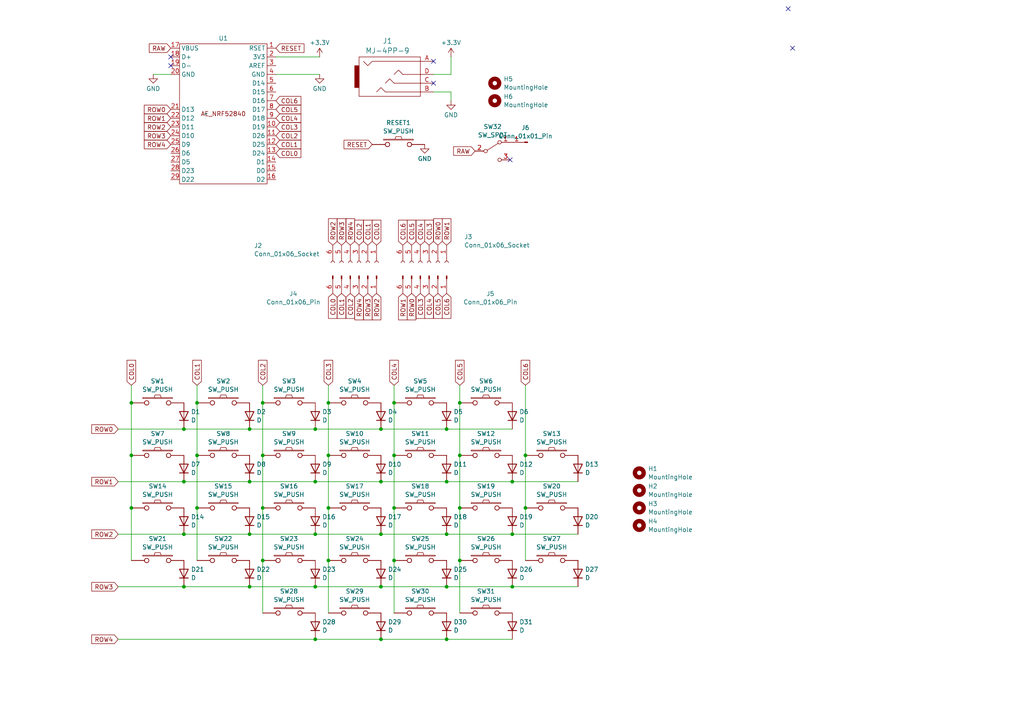
<source format=kicad_sch>
(kicad_sch (version 20230121) (generator eeschema)
  (paper "A4")
  (lib_symbols
    (symbol "0_kbd:SW_PUSH" (pin_numbers hide) (pin_names (offset 1.016) hide)
      (property "Reference" "SW" (at 3.81 2.794 0))
      (property "Value" "SW_PUSH" (at 0 -2.032 0))
      (symbol "SW_PUSH_0_1"
        (rectangle (start -4.318 1.27) (end 4.318 1.524))
        (polyline (pts (xy -1.016 1.524) (xy -0.762 2.286) (xy 0.762 2.286) (xy 1.016 1.524)))
        (pin passive inverted (at -7.62 0 0) (length 5.08) (name "1") (number "1"))
        (pin passive inverted (at 7.62 0 180) (length 5.08) (name "2") (number "2"))
      )
    )
    (symbol "0_tako:MJ-4PP-9" (pin_names (offset 1.016))
      (property "Reference" "J" (at -8.89 -7.62 0))
      (property "Value" "MJ-4PP-9" (at -3.81 6.35 0))
      (symbol "MJ-4PP-9_0_1"
        (rectangle (start -11.43 2.54) (end -10.16 -3.81) (fill (type outline)))
        (polyline (pts (xy 2.54 0) (xy 7.62 0)))
        (polyline (pts (xy -2.54 -5.08) (xy 7.62 -5.08) (xy 7.62 -5.08)))
        (polyline (pts (xy 0 -2.54) (xy -1.27 -1.27) (xy -2.54 -2.54)))
        (polyline (pts (xy 0 0) (xy 1.27 1.27) (xy 2.54 0)))
        (polyline (pts (xy -2.54 -5.08) (xy -3.81 -3.81) (xy -5.08 -5.08) (xy -5.08 -5.08)))
        (polyline (pts (xy 0 -2.54) (xy 7.62 -2.54) (xy 7.62 -2.54) (xy 7.62 -2.54)))
        (polyline (pts (xy 7.62 3.81) (xy -6.35 3.81) (xy -7.62 2.54) (xy -8.89 3.81) (xy -8.89 3.81)))
        (rectangle (start 7.62 -6.35) (end -10.16 5.08))
      )
      (symbol "MJ-4PP-9_1_1"
        (pin passive line (at 11.43 3.81 180) (length 3.81) (name "~") (number "A"))
        (pin passive line (at 11.43 -5.08 180) (length 3.81) (name "~") (number "B"))
        (pin passive line (at 11.43 -2.54 180) (length 3.81) (name "~") (number "C"))
        (pin passive line (at 11.43 0 180) (length 3.81) (name "~") (number "D"))
      )
    )
    (symbol "Connector:Conn_01x01_Pin" (pin_names (offset 1.016) hide)
      (property "Reference" "J" (at 0 2.54 0))
      (property "Value" "Conn_01x01_Pin" (at 0 -2.54 0))
      (symbol "Conn_01x01_Pin_1_1"
        (polyline (pts (xy 1.27 0) (xy 0.8636 0)) (stroke (width 0.1524)))
        (rectangle (start 0.8636 0.127) (end 0 -0.127) (stroke (width 0.1524)) (fill (type outline)))
        (pin passive line (at 5.08 0 180) (length 3.81) (name "Pin_1") (number "1"))
      )
    )
    (symbol "Connector:Conn_01x06_Pin" (pin_names (offset 1.016) hide)
      (property "Reference" "J" (at 0 7.62 0))
      (property "Value" "Conn_01x06_Pin" (at 0 -10.16 0))
      (symbol "Conn_01x06_Pin_1_1"
        (polyline (pts (xy 1.27 -7.62) (xy 0.8636 -7.62)) (stroke (width 0.1524)))
        (polyline (pts (xy 1.27 -5.08) (xy 0.8636 -5.08)) (stroke (width 0.1524)))
        (polyline (pts (xy 1.27 -2.54) (xy 0.8636 -2.54)) (stroke (width 0.1524)))
        (polyline (pts (xy 1.27 0) (xy 0.8636 0)) (stroke (width 0.1524)))
        (polyline (pts (xy 1.27 2.54) (xy 0.8636 2.54)) (stroke (width 0.1524)))
        (polyline (pts (xy 1.27 5.08) (xy 0.8636 5.08)) (stroke (width 0.1524)))
        (rectangle (start 0.8636 -7.493) (end 0 -7.747) (stroke (width 0.1524)) (fill (type outline)))
        (rectangle (start 0.8636 -4.953) (end 0 -5.207) (stroke (width 0.1524)) (fill (type outline)))
        (rectangle (start 0.8636 -2.413) (end 0 -2.667) (stroke (width 0.1524)) (fill (type outline)))
        (rectangle (start 0.8636 0.127) (end 0 -0.127) (stroke (width 0.1524)) (fill (type outline)))
        (rectangle (start 0.8636 2.667) (end 0 2.413) (stroke (width 0.1524)) (fill (type outline)))
        (rectangle (start 0.8636 5.207) (end 0 4.953) (stroke (width 0.1524)) (fill (type outline)))
        (pin passive line (at 5.08 5.08 180) (length 3.81) (name "Pin_1") (number "1"))
        (pin passive line (at 5.08 2.54 180) (length 3.81) (name "Pin_2") (number "2"))
        (pin passive line (at 5.08 0 180) (length 3.81) (name "Pin_3") (number "3"))
        (pin passive line (at 5.08 -2.54 180) (length 3.81) (name "Pin_4") (number "4"))
        (pin passive line (at 5.08 -5.08 180) (length 3.81) (name "Pin_5") (number "5"))
        (pin passive line (at 5.08 -7.62 180) (length 3.81) (name "Pin_6") (number "6"))
      )
    )
    (symbol "Connector:Conn_01x06_Socket" (pin_names (offset 1.016) hide)
      (property "Reference" "J" (at 0 7.62 0))
      (property "Value" "Conn_01x06_Socket" (at 0 -10.16 0))
      (symbol "Conn_01x06_Socket_1_1"
        (arc (start 0 -7.112) (mid -0.5058 -7.62) (end 0 -8.128) (stroke (width 0.1524)))
        (arc (start 0 -4.572) (mid -0.5058 -5.08) (end 0 -5.588) (stroke (width 0.1524)))
        (arc (start 0 -2.032) (mid -0.5058 -2.54) (end 0 -3.048) (stroke (width 0.1524)))
        (polyline (pts (xy -1.27 -7.62) (xy -0.508 -7.62)) (stroke (width 0.1524)))
        (polyline (pts (xy -1.27 -5.08) (xy -0.508 -5.08)) (stroke (width 0.1524)))
        (polyline (pts (xy -1.27 -2.54) (xy -0.508 -2.54)) (stroke (width 0.1524)))
        (polyline (pts (xy -1.27 0) (xy -0.508 0)) (stroke (width 0.1524)))
        (polyline (pts (xy -1.27 2.54) (xy -0.508 2.54)) (stroke (width 0.1524)))
        (polyline (pts (xy -1.27 5.08) (xy -0.508 5.08)) (stroke (width 0.1524)))
        (arc (start 0 0.508) (mid -0.5058 0) (end 0 -0.508) (stroke (width 0.1524)))
        (arc (start 0 3.048) (mid -0.5058 2.54) (end 0 2.032) (stroke (width 0.1524)))
        (arc (start 0 5.588) (mid -0.5058 5.08) (end 0 4.572) (stroke (width 0.1524)))
        (pin passive line (at -5.08 5.08 0) (length 3.81) (name "Pin_1") (number "1"))
        (pin passive line (at -5.08 2.54 0) (length 3.81) (name "Pin_2") (number "2"))
        (pin passive line (at -5.08 0 0) (length 3.81) (name "Pin_3") (number "3"))
        (pin passive line (at -5.08 -2.54 0) (length 3.81) (name "Pin_4") (number "4"))
        (pin passive line (at -5.08 -5.08 0) (length 3.81) (name "Pin_5") (number "5"))
        (pin passive line (at -5.08 -7.62 0) (length 3.81) (name "Pin_6") (number "6"))
      )
    )
    (symbol "Device:D" (pin_numbers hide) (pin_names (offset 1.016) hide)
      (property "Reference" "D" (at 0 2.54 0))
      (property "Value" "D" (at 0 -2.54 0))
      (symbol "D_0_1"
        (polyline (pts (xy -1.27 1.27) (xy -1.27 -1.27)) (stroke (width 0.254)))
        (polyline (pts (xy 1.27 0) (xy -1.27 0)))
        (polyline (pts (xy 1.27 1.27) (xy 1.27 -1.27) (xy -1.27 0) (xy 1.27 1.27)) (stroke (width 0.254)))
      )
      (symbol "D_1_1"
        (pin passive line (at -3.81 0 0) (length 2.54) (name "K") (number "1"))
        (pin passive line (at 3.81 0 180) (length 2.54) (name "A") (number "2"))
      )
    )
    (symbol "Mechanical:MountingHole" (pin_names (offset 1.016))
      (property "Reference" "H" (at 0 5.08 0))
      (property "Value" "MountingHole" (at 0 3.175 0))
      (symbol "MountingHole_0_1"
        (circle (center 0 0) (radius 1.27) (stroke (width 1.27)))
      )
    )
    (symbol "Switch:SW_SPDT" (pin_names (offset 0) hide)
      (property "Reference" "SW" (at 0 4.318 0))
      (property "Value" "SW_SPDT" (at 0 -5.08 0))
      (symbol "SW_SPDT_0_0"
        (circle (center -2.032 0) (radius 0.508))
        (circle (center 2.032 -2.54) (radius 0.508))
      )
      (symbol "SW_SPDT_0_1"
        (polyline (pts (xy -1.524 0.254) (xy 1.651 2.286)))
        (circle (center 2.032 2.54) (radius 0.508))
      )
      (symbol "SW_SPDT_1_1"
        (pin passive line (at 5.08 2.54 180) (length 2.54) (name "A") (number "1"))
        (pin passive line (at -5.08 0 0) (length 2.54) (name "B") (number "2"))
        (pin passive line (at 5.08 -2.54 180) (length 2.54) (name "C") (number "3"))
      )
    )
    (symbol "ae_nrf52840:ae_nrf52840"
      (property "Reference" "U" (at 0 2.54 0))
      (symbol "ae_nrf52840_0_1"
        (rectangle (start -12.7 20.32) (end 12.7 -20.32))
      )
      (symbol "ae_nrf52840_1_1"
        (text "AE_NRF52840" (at 0 0 0) (effects (font (size 1.27 1.27))))
        (pin bidirectional line (at 15.24 19.05 180) (length 2.54) (name "RSET") (number "1"))
        (pin bidirectional line (at 15.24 -3.81 180) (length 2.54) (name "D19") (number "10"))
        (pin bidirectional line (at 15.24 -6.35 180) (length 2.54) (name "D26") (number "11"))
        (pin bidirectional line (at 15.24 -8.89 180) (length 2.54) (name "D25") (number "12"))
        (pin bidirectional line (at 15.24 -11.43 180) (length 2.54) (name "D24") (number "13"))
        (pin bidirectional line (at 15.24 -13.97 180) (length 2.54) (name "D1") (number "14"))
        (pin bidirectional line (at 15.24 -16.51 180) (length 2.54) (name "D0") (number "15"))
        (pin bidirectional line (at 15.24 -19.05 180) (length 2.54) (name "D2") (number "16"))
        (pin power_in line (at -15.24 19.05 0) (length 2.54) (name "VBUS") (number "17"))
        (pin bidirectional line (at -15.24 16.51 0) (length 2.54) (name "D+") (number "18"))
        (pin bidirectional line (at -15.24 13.97 0) (length 2.54) (name "D-") (number "19"))
        (pin power_in line (at 15.24 16.51 180) (length 2.54) (name "3V3") (number "2"))
        (pin power_in line (at -15.24 11.43 0) (length 2.54) (name "GND") (number "20"))
        (pin bidirectional line (at -15.24 1.27 0) (length 2.54) (name "D13") (number "21"))
        (pin bidirectional line (at -15.24 -1.27 0) (length 2.54) (name "D12") (number "22"))
        (pin bidirectional line (at -15.24 -3.81 0) (length 2.54) (name "D11") (number "23"))
        (pin bidirectional line (at -15.24 -6.35 0) (length 2.54) (name "D10") (number "24"))
        (pin bidirectional line (at -15.24 -8.89 0) (length 2.54) (name "D9") (number "25"))
        (pin bidirectional line (at -15.24 -11.43 0) (length 2.54) (name "D6") (number "26"))
        (pin bidirectional line (at -15.24 -13.97 0) (length 2.54) (name "D5") (number "27"))
        (pin bidirectional line (at -15.24 -16.51 0) (length 2.54) (name "D23") (number "28"))
        (pin bidirectional line (at -15.24 -19.05 0) (length 2.54) (name "D22") (number "29"))
        (pin bidirectional line (at 15.24 13.97 180) (length 2.54) (name "AREF") (number "3"))
        (pin power_in line (at 15.24 11.43 180) (length 2.54) (name "GND") (number "4"))
        (pin bidirectional line (at 15.24 8.89 180) (length 2.54) (name "D14") (number "5"))
        (pin bidirectional line (at 15.24 6.35 180) (length 2.54) (name "D15") (number "6"))
        (pin bidirectional line (at 15.24 3.81 180) (length 2.54) (name "D16") (number "7"))
        (pin bidirectional line (at 15.24 1.27 180) (length 2.54) (name "D17") (number "8"))
        (pin bidirectional line (at 15.24 -1.27 180) (length 2.54) (name "D18") (number "9"))
      )
    )
    (symbol "power:+3.3V" (power) (pin_names (offset 0))
      (property "Value" "+3.3V" (at 0 3.556 0))
      (symbol "+3.3V_0_1"
        (polyline (pts (xy -0.762 1.27) (xy 0 2.54)))
        (polyline (pts (xy 0 0) (xy 0 2.54)))
        (polyline (pts (xy 0 2.54) (xy 0.762 1.27)))
      )
      (symbol "+3.3V_1_1"
        (pin power_in line (at 0 0 90) (length 0) hide (name "+3.3V") (number "1"))
      )
    )
    (symbol "power:GND" (power) (pin_names (offset 0))
      (property "Value" "GND" (at 0 -3.81 0))
      (symbol "GND_0_1"
        (polyline (pts (xy 0 0) (xy 0 -1.27) (xy 1.27 -1.27) (xy 0 -2.54) (xy -1.27 -1.27) (xy 0 -1.27)))
      )
      (symbol "GND_1_1"
        (pin power_in line (at 0 0 270) (length 0) hide (name "GND") (number "1"))
      )
    )
  )
  (junction (at 133.35 116.84))
  (junction (at 148.59 154.94))
  (junction (at 38.1 116.84))
  (junction (at 129.54 154.94))
  (junction (at 95.25 116.84))
  (junction (at 148.59 170.18))
  (junction (at 91.44 185.42))
  (junction (at 129.54 124.46))
  (junction (at 91.44 170.18))
  (junction (at 76.2 147.32))
  (junction (at 110.49 154.94))
  (junction (at 114.3 132.08))
  (junction (at 148.59 139.7))
  (junction (at 38.1 132.08))
  (junction (at 72.39 124.46))
  (junction (at 114.3 116.84))
  (junction (at 110.49 124.46))
  (junction (at 133.35 132.08))
  (junction (at 57.15 147.32))
  (junction (at 72.39 170.18))
  (junction (at 76.2 162.56))
  (junction (at 91.44 139.7))
  (junction (at 129.54 139.7))
  (junction (at 72.39 139.7))
  (junction (at 129.54 185.42))
  (junction (at 110.49 185.42))
  (junction (at 110.49 170.18))
  (junction (at 72.39 154.94))
  (junction (at 95.25 147.32))
  (junction (at 129.54 170.18))
  (junction (at 152.4 132.08))
  (junction (at 95.25 162.56))
  (junction (at 53.34 170.18))
  (junction (at 110.49 139.7))
  (junction (at 57.15 116.84))
  (junction (at 152.4 147.32))
  (junction (at 133.35 162.56))
  (junction (at 114.3 147.32))
  (junction (at 76.2 116.84))
  (junction (at 57.15 132.08))
  (junction (at 38.1 147.32))
  (junction (at 53.34 124.46))
  (junction (at 53.34 154.94))
  (junction (at 91.44 154.94))
  (junction (at 95.25 132.08))
  (junction (at 114.3 162.56))
  (junction (at 91.44 124.46))
  (junction (at 133.35 147.32))
  (junction (at 76.2 132.08))
  (junction (at 53.34 139.7))
  (no_connect (at 147.955 46.355))
  (no_connect (at 49.53 19.05))
  (no_connect (at 229.87 13.97))
  (no_connect (at 125.73 24.13))
  (no_connect (at 228.6 2.54))
  (no_connect (at 125.73 17.78))
  (no_connect (at 49.53 16.51))
  (wire (pts (xy 53.34 124.46) (xy 72.39 124.46)))
  (wire (pts (xy 57.15 116.84) (xy 57.15 132.08)))
  (wire (pts (xy 91.44 124.46) (xy 110.49 124.46)))
  (wire (pts (xy 76.2 132.08) (xy 76.2 147.32)))
  (wire (pts (xy 129.54 154.94) (xy 148.59 154.94)))
  (wire (pts (xy 76.2 116.84) (xy 76.2 132.08)))
  (wire (pts (xy 130.81 21.59) (xy 130.81 16.51)))
  (wire (pts (xy 34.29 139.7) (xy 53.34 139.7)))
  (wire (pts (xy 129.54 185.42) (xy 148.59 185.42)))
  (wire (pts (xy 38.1 147.32) (xy 38.1 162.56)))
  (wire (pts (xy 125.73 21.59) (xy 130.81 21.59)))
  (wire (pts (xy 129.54 139.7) (xy 148.59 139.7)))
  (wire (pts (xy 72.39 170.18) (xy 91.44 170.18)))
  (wire (pts (xy 34.29 185.42) (xy 91.44 185.42)))
  (wire (pts (xy 38.1 132.08) (xy 38.1 147.32)))
  (wire (pts (xy 34.29 124.46) (xy 53.34 124.46)))
  (wire (pts (xy 133.35 162.56) (xy 133.35 177.8)))
  (wire (pts (xy 152.4 132.08) (xy 152.4 147.32)))
  (wire (pts (xy 38.1 116.84) (xy 38.1 132.08)))
  (wire (pts (xy 57.15 147.32) (xy 57.15 162.56)))
  (wire (pts (xy 72.39 154.94) (xy 91.44 154.94)))
  (wire (pts (xy 148.59 154.94) (xy 167.64 154.94)))
  (wire (pts (xy 92.71 21.59) (xy 80.01 21.59)))
  (wire (pts (xy 130.81 26.67) (xy 125.73 26.67)))
  (wire (pts (xy 92.71 16.51) (xy 80.01 16.51)))
  (wire (pts (xy 72.39 139.7) (xy 91.44 139.7)))
  (wire (pts (xy 129.54 124.46) (xy 148.59 124.46)))
  (wire (pts (xy 91.44 139.7) (xy 110.49 139.7)))
  (wire (pts (xy 34.29 154.94) (xy 53.34 154.94)))
  (wire (pts (xy 95.25 147.32) (xy 95.25 162.56)))
  (wire (pts (xy 95.25 162.56) (xy 95.25 177.8)))
  (wire (pts (xy 34.29 170.18) (xy 53.34 170.18)))
  (wire (pts (xy 95.25 132.08) (xy 95.25 147.32)))
  (wire (pts (xy 148.59 139.7) (xy 167.64 139.7)))
  (wire (pts (xy 53.34 154.94) (xy 72.39 154.94)))
  (wire (pts (xy 110.49 154.94) (xy 129.54 154.94)))
  (wire (pts (xy 95.25 116.84) (xy 95.25 132.08)))
  (wire (pts (xy 91.44 154.94) (xy 110.49 154.94)))
  (wire (pts (xy 91.44 185.42) (xy 110.49 185.42)))
  (wire (pts (xy 114.3 132.08) (xy 114.3 147.32)))
  (wire (pts (xy 114.3 147.32) (xy 114.3 162.56)))
  (wire (pts (xy 110.49 185.42) (xy 129.54 185.42)))
  (wire (pts (xy 76.2 147.32) (xy 76.2 162.56)))
  (wire (pts (xy 53.34 170.18) (xy 72.39 170.18)))
  (wire (pts (xy 72.39 124.46) (xy 91.44 124.46)))
  (wire (pts (xy 152.4 111.76) (xy 152.4 132.08)))
  (wire (pts (xy 38.1 111.76) (xy 38.1 116.84)))
  (wire (pts (xy 53.34 139.7) (xy 72.39 139.7)))
  (wire (pts (xy 133.35 116.84) (xy 133.35 132.08)))
  (wire (pts (xy 133.35 147.32) (xy 133.35 162.56)))
  (wire (pts (xy 130.81 29.21) (xy 130.81 26.67)))
  (wire (pts (xy 95.25 111.76) (xy 95.25 116.84)))
  (wire (pts (xy 152.4 147.32) (xy 152.4 162.56)))
  (wire (pts (xy 110.49 139.7) (xy 129.54 139.7)))
  (wire (pts (xy 133.35 132.08) (xy 133.35 147.32)))
  (wire (pts (xy 148.59 170.18) (xy 167.64 170.18)))
  (wire (pts (xy 57.15 111.76) (xy 57.15 116.84)))
  (wire (pts (xy 44.45 21.59) (xy 49.53 21.59)))
  (wire (pts (xy 76.2 162.56) (xy 76.2 177.8)))
  (wire (pts (xy 129.54 170.18) (xy 148.59 170.18)))
  (wire (pts (xy 114.3 116.84) (xy 114.3 132.08)))
  (wire (pts (xy 91.44 170.18) (xy 110.49 170.18)))
  (wire (pts (xy 114.3 162.56) (xy 114.3 177.8)))
  (wire (pts (xy 110.49 170.18) (xy 129.54 170.18)))
  (wire (pts (xy 114.3 111.76) (xy 114.3 116.84)))
  (wire (pts (xy 57.15 132.08) (xy 57.15 147.32)))
  (wire (pts (xy 76.2 111.76) (xy 76.2 116.84)))
  (wire (pts (xy 133.35 111.76) (xy 133.35 116.84)))
  (wire (pts (xy 110.49 124.46) (xy 129.54 124.46)))
  (global_label "COL2" (shape input) (at 104.14 71.12 90) (property "Intersheetrefs" "${INTERSHEET_REFS}" (effects hide)))
  (global_label "COL1" (shape input) (at 57.15 111.76 90) (property "Intersheetrefs" "${INTERSHEET_REFS}" (effects hide)))
  (global_label "COL0" (shape input) (at 80.01 44.45 0) (property "Intersheetrefs" "${INTERSHEET_REFS}" (effects hide)))
  (global_label "ROW1" (shape input) (at 34.29 139.7 180) (property "Intersheetrefs" "${INTERSHEET_REFS}" (effects hide)))
  (global_label "COL5" (shape input) (at 80.01 31.75 0) (property "Intersheetrefs" "${INTERSHEET_REFS}" (effects hide)))
  (global_label "ROW3" (shape input) (at 106.68 85.09 270) (property "Intersheetrefs" "${INTERSHEET_REFS}" (effects hide)))
  (global_label "COL4" (shape input) (at 114.3 111.76 90) (property "Intersheetrefs" "${INTERSHEET_REFS}" (effects hide)))
  (global_label "COL3" (shape input) (at 121.92 85.09 270) (property "Intersheetrefs" "${INTERSHEET_REFS}" (effects hide)))
  (global_label "COL5" (shape input) (at 133.35 111.76 90) (property "Intersheetrefs" "${INTERSHEET_REFS}" (effects hide)))
  (global_label "COL3" (shape input) (at 80.01 36.83 0) (property "Intersheetrefs" "${INTERSHEET_REFS}" (effects hide)))
  (global_label "COL5" (shape input) (at 127 85.09 270) (property "Intersheetrefs" "${INTERSHEET_REFS}" (effects hide)))
  (global_label "COL0" (shape input) (at 109.22 71.12 90) (property "Intersheetrefs" "${INTERSHEET_REFS}" (effects hide)))
  (global_label "COL1" (shape input) (at 106.68 71.12 90) (property "Intersheetrefs" "${INTERSHEET_REFS}" (effects hide)))
  (global_label "COL0" (shape input) (at 38.1 111.76 90) (property "Intersheetrefs" "${INTERSHEET_REFS}" (effects hide)))
  (global_label "ROW4" (shape input) (at 49.53 41.91 180) (property "Intersheetrefs" "${INTERSHEET_REFS}" (effects hide)))
  (global_label "ROW0" (shape input) (at 49.53 31.75 180) (property "Intersheetrefs" "${INTERSHEET_REFS}" (effects hide)))
  (global_label "COL5" (shape input) (at 119.38 71.12 90) (property "Intersheetrefs" "${INTERSHEET_REFS}" (effects hide)))
  (global_label "COL4" (shape input) (at 124.46 85.09 270) (property "Intersheetrefs" "${INTERSHEET_REFS}" (effects hide)))
  (global_label "COL6" (shape input) (at 80.01 29.21 0) (property "Intersheetrefs" "${INTERSHEET_REFS}" (effects hide)))
  (global_label "COL3" (shape input) (at 95.25 111.76 90) (property "Intersheetrefs" "${INTERSHEET_REFS}" (effects hide)))
  (global_label "ROW0" (shape input) (at 127 71.12 90) (property "Intersheetrefs" "${INTERSHEET_REFS}" (effects hide)))
  (global_label "COL2" (shape input) (at 101.6 85.09 270) (property "Intersheetrefs" "${INTERSHEET_REFS}" (effects hide)))
  (global_label "ROW3" (shape input) (at 99.06 71.12 90) (property "Intersheetrefs" "${INTERSHEET_REFS}" (effects hide)))
  (global_label "RESET" (shape input) (at 80.01 13.97 0) (property "Intersheetrefs" "${INTERSHEET_REFS}" (effects hide)))
  (global_label "RAW" (shape input) (at 49.53 13.97 180) (property "Intersheetrefs" "${INTERSHEET_REFS}" (effects hide)))
  (global_label "ROW1" (shape input) (at 129.54 71.12 90) (property "Intersheetrefs" "${INTERSHEET_REFS}" (effects hide)))
  (global_label "COL6" (shape input) (at 152.4 111.76 90) (property "Intersheetrefs" "${INTERSHEET_REFS}" (effects hide)))
  (global_label "ROW0" (shape input) (at 119.38 85.09 270) (property "Intersheetrefs" "${INTERSHEET_REFS}" (effects hide)))
  (global_label "ROW4" (shape input) (at 104.14 85.09 270) (property "Intersheetrefs" "${INTERSHEET_REFS}" (effects hide)))
  (global_label "COL2" (shape input) (at 76.2 111.76 90) (property "Intersheetrefs" "${INTERSHEET_REFS}" (effects hide)))
  (global_label "COL4" (shape input) (at 80.01 34.29 0) (property "Intersheetrefs" "${INTERSHEET_REFS}" (effects hide)))
  (global_label "COL3" (shape input) (at 124.46 71.12 90) (property "Intersheetrefs" "${INTERSHEET_REFS}" (effects hide)))
  (global_label "RESET" (shape input) (at 107.95 41.91 180) (property "Intersheetrefs" "${INTERSHEET_REFS}" (effects hide)))
  (global_label "COL2" (shape input) (at 80.01 39.37 0) (property "Intersheetrefs" "${INTERSHEET_REFS}" (effects hide)))
  (global_label "RAW" (shape input) (at 137.795 43.815 180) (property "Intersheetrefs" "${INTERSHEET_REFS}" (effects hide)))
  (global_label "ROW4" (shape input) (at 34.29 185.42 180) (property "Intersheetrefs" "${INTERSHEET_REFS}" (effects hide)))
  (global_label "ROW1" (shape input) (at 116.84 85.09 270) (property "Intersheetrefs" "${INTERSHEET_REFS}" (effects hide)))
  (global_label "ROW3" (shape input) (at 49.53 39.37 180) (property "Intersheetrefs" "${INTERSHEET_REFS}" (effects hide)))
  (global_label "ROW4" (shape input) (at 101.6 71.12 90) (property "Intersheetrefs" "${INTERSHEET_REFS}" (effects hide)))
  (global_label "ROW1" (shape input) (at 49.53 34.29 180) (property "Intersheetrefs" "${INTERSHEET_REFS}" (effects hide)))
  (global_label "ROW0" (shape input) (at 34.29 124.46 180) (property "Intersheetrefs" "${INTERSHEET_REFS}" (effects hide)))
  (global_label "COL6" (shape input) (at 116.84 71.12 90) (property "Intersheetrefs" "${INTERSHEET_REFS}" (effects hide)))
  (global_label "COL0" (shape input) (at 96.52 85.09 270) (property "Intersheetrefs" "${INTERSHEET_REFS}" (effects hide)))
  (global_label "ROW2" (shape input) (at 49.53 36.83 180) (property "Intersheetrefs" "${INTERSHEET_REFS}" (effects hide)))
  (global_label "COL4" (shape input) (at 121.92 71.12 90) (property "Intersheetrefs" "${INTERSHEET_REFS}" (effects hide)))
  (global_label "ROW2" (shape input) (at 96.52 71.12 90) (property "Intersheetrefs" "${INTERSHEET_REFS}" (effects hide)))
  (global_label "ROW2" (shape input) (at 109.22 85.09 270) (property "Intersheetrefs" "${INTERSHEET_REFS}" (effects hide)))
  (global_label "COL6" (shape input) (at 129.54 85.09 270) (property "Intersheetrefs" "${INTERSHEET_REFS}" (effects hide)))
  (global_label "ROW3" (shape input) (at 34.29 170.18 180) (property "Intersheetrefs" "${INTERSHEET_REFS}" (effects hide)))
  (global_label "COL1" (shape input) (at 80.01 41.91 0) (property "Intersheetrefs" "${INTERSHEET_REFS}" (effects hide)))
  (global_label "ROW2" (shape input) (at 34.29 154.94 180) (property "Intersheetrefs" "${INTERSHEET_REFS}" (effects hide)))
  (global_label "COL1" (shape input) (at 99.06 85.09 270) (property "Intersheetrefs" "${INTERSHEET_REFS}" (effects hide)))
  (symbol (lib_id "0_kbd:SW_PUSH") (at 45.72 116.84 0) (unit 1)
    (property "Reference" "SW1" (at 45.72 110.5367 0))
    (property "Value" "SW_PUSH" (at 45.72 112.9609 0))
    (property "Footprint" "0_kbd:CherryMX_MidHeight_Hotswap" (effects hide))
  )
  (symbol (lib_id "power:+3.3V") (at 92.71 16.51 0) (unit 1)
    (property "Reference" "#PWR011" (effects hide))
    (property "Value" "+3.3V" (at 92.71 12.3769 0))
  )
  (symbol (lib_id "0_kbd:SW_PUSH") (at 83.82 116.84 0) (unit 1)
    (property "Reference" "SW3" (at 83.82 110.5367 0))
    (property "Value" "SW_PUSH" (at 83.82 112.9609 0))
    (property "Footprint" "0_kbd:CherryMX_MidHeight_Hotswap" (effects hide))
  )
  (symbol (lib_id "Device:D") (at 91.44 135.89 90) (unit 1)
    (property "Reference" "D9" (at 93.472 134.6779 90) (effects (justify right)))
    (property "Value" "D" (at 93.472 137.1021 90) (effects (justify right)))
    (property "Footprint" "0_kbd:D3_SMD_v2" (effects hide))
    (property "Sim.Device" "D" (effects hide))
    (property "Sim.Pins" "1=K 2=A" (effects hide))
  )
  (symbol (lib_id "0_kbd:SW_PUSH") (at 83.82 132.08 0) (unit 1)
    (property "Reference" "SW9" (at 83.82 125.7767 0))
    (property "Value" "SW_PUSH" (at 83.82 128.2009 0))
    (property "Footprint" "0_kbd:CherryMX_MidHeight_Hotswap" (effects hide))
  )
  (symbol (lib_id "Device:D") (at 129.54 120.65 90) (unit 1)
    (property "Reference" "D5" (at 131.572 119.4379 90) (effects (justify right)))
    (property "Value" "D" (at 131.572 121.8621 90) (effects (justify right)))
    (property "Footprint" "0_kbd:D3_SMD_v2" (effects hide))
    (property "Sim.Device" "D" (effects hide))
    (property "Sim.Pins" "1=K 2=A" (effects hide))
  )
  (symbol (lib_id "Device:D") (at 53.34 120.65 90) (unit 1)
    (property "Reference" "D1" (at 55.372 119.4379 90) (effects (justify right)))
    (property "Value" "D" (at 55.372 121.8621 90) (effects (justify right)))
    (property "Footprint" "0_kbd:D3_SMD_v2" (effects hide))
    (property "Sim.Device" "D" (effects hide))
    (property "Sim.Pins" "1=K 2=A" (effects hide))
  )
  (symbol (lib_id "power:+3.3V") (at 130.81 16.51 0) (unit 1)
    (property "Reference" "#PWR08" (effects hide))
    (property "Value" "+3.3V" (at 130.81 12.3769 0))
  )
  (symbol (lib_id "0_kbd:SW_PUSH") (at 121.92 162.56 0) (unit 1)
    (property "Reference" "SW25" (at 121.92 156.2567 0))
    (property "Value" "SW_PUSH" (at 121.92 158.6809 0))
    (property "Footprint" "0_kbd:CherryMX_MidHeight_Hotswap" (effects hide))
  )
  (symbol (lib_id "power:GND") (at 44.45 21.59 0) (unit 1)
    (property "Reference" "#PWR013" (effects hide))
    (property "Value" "GND" (at 44.45 25.7231 0))
  )
  (symbol (lib_id "0_kbd:SW_PUSH") (at 140.97 177.8 0) (unit 1)
    (property "Reference" "SW31" (at 140.97 171.4967 0))
    (property "Value" "SW_PUSH" (at 140.97 173.9209 0))
    (property "Footprint" "0_kbd:CherryMX_MidHeight_Hotswap_1.5u" (effects hide))
  )
  (symbol (lib_id "Connector:Conn_01x06_Pin") (at 124.46 80.01 270) (unit 1)
    (property "Reference" "J5" (at 142.24 85.2058 90))
    (property "Value" "Conn_01x06_Pin" (at 142.24 87.63 90))
    (property "Footprint" "0_Connector_JST:JST_ZH_B6B-ZR_1x06_P1.50mm_Vertical" (effects hide))
  )
  (symbol (lib_id "0_kbd:SW_PUSH") (at 102.87 147.32 0) (unit 1)
    (property "Reference" "SW17" (at 102.87 141.0167 0))
    (property "Value" "SW_PUSH" (at 102.87 143.4409 0))
    (property "Footprint" "0_kbd:CherryMX_MidHeight_Hotswap" (effects hide))
  )
  (symbol (lib_id "0_kbd:SW_PUSH") (at 140.97 162.56 0) (unit 1)
    (property "Reference" "SW26" (at 140.97 156.2567 0))
    (property "Value" "SW_PUSH" (at 140.97 158.6809 0))
    (property "Footprint" "0_kbd:CherryMX_MidHeight_Hotswap" (effects hide))
  )
  (symbol (lib_id "0_kbd:SW_PUSH") (at 64.77 132.08 0) (unit 1)
    (property "Reference" "SW8" (at 64.77 125.7767 0))
    (property "Value" "SW_PUSH" (at 64.77 128.2009 0))
    (property "Footprint" "0_kbd:CherryMX_MidHeight_Hotswap" (effects hide))
  )
  (symbol (lib_id "0_kbd:SW_PUSH") (at 83.82 177.8 0) (unit 1)
    (property "Reference" "SW28" (at 83.82 171.4967 0))
    (property "Value" "SW_PUSH" (at 83.82 173.9209 0))
    (property "Footprint" "0_kbd:CherryMX_MidHeight_Hotswap" (effects hide))
  )
  (symbol (lib_id "0_kbd:SW_PUSH") (at 102.87 132.08 0) (unit 1)
    (property "Reference" "SW10" (at 102.87 125.7767 0))
    (property "Value" "SW_PUSH" (at 102.87 128.2009 0))
    (property "Footprint" "0_kbd:CherryMX_MidHeight_Hotswap" (effects hide))
  )
  (symbol (lib_id "Device:D") (at 129.54 135.89 90) (unit 1)
    (property "Reference" "D11" (at 131.572 134.6779 90) (effects (justify right)))
    (property "Value" "D" (at 131.572 137.1021 90) (effects (justify right)))
    (property "Footprint" "0_kbd:D3_SMD_v2" (effects hide))
    (property "Sim.Device" "D" (effects hide))
    (property "Sim.Pins" "1=K 2=A" (effects hide))
  )
  (symbol (lib_id "Device:D") (at 148.59 181.61 90) (unit 1)
    (property "Reference" "D31" (at 150.622 180.3979 90) (effects (justify right)))
    (property "Value" "D" (at 150.622 182.8221 90) (effects (justify right)))
    (property "Footprint" "0_kbd:D3_SMD_v2" (effects hide))
    (property "Sim.Device" "D" (effects hide))
    (property "Sim.Pins" "1=K 2=A" (effects hide))
  )
  (symbol (lib_id "Device:D") (at 91.44 120.65 90) (unit 1)
    (property "Reference" "D3" (at 93.472 119.4379 90) (effects (justify right)))
    (property "Value" "D" (at 93.472 121.8621 90) (effects (justify right)))
    (property "Footprint" "0_kbd:D3_SMD_v2" (effects hide))
    (property "Sim.Device" "D" (effects hide))
    (property "Sim.Pins" "1=K 2=A" (effects hide))
  )
  (symbol (lib_id "0_kbd:SW_PUSH") (at 115.57 41.91 0) (unit 1)
    (property "Reference" "RESET1" (at 115.57 35.6067 0))
    (property "Value" "SW_PUSH" (at 115.57 38.0309 0))
    (property "Footprint" "0_kbd:ResetSW_1side" (effects hide))
  )
  (symbol (lib_id "Mechanical:MountingHole") (at 185.42 137.16 0) (unit 1)
    (property "Reference" "H1" (at 187.96 135.9479 0) (effects (justify left)))
    (property "Value" "MountingHole" (at 187.96 138.3721 0) (effects (justify left)))
    (property "Footprint" "0_kbd:M2_Hole_TH_Outside" (effects hide))
  )
  (symbol (lib_id "Switch:SW_SPDT") (at 142.875 43.815 0) (unit 1)
    (property "Reference" "SW32" (at 142.875 36.7497 0))
    (property "Value" "SW_SPDT" (at 142.875 39.1739 0))
    (property "Footprint" "Connector_PinHeader_2.54mm:PinHeader_1x03_P2.54mm_Vertical" (effects hide))
  )
  (symbol (lib_id "Mechanical:MountingHole") (at 143.51 29.21 0) (unit 1)
    (property "Reference" "H6" (at 146.05 27.9979 0) (effects (justify left)))
    (property "Value" "MountingHole" (at 146.05 30.4221 0) (effects (justify left)))
    (property "Footprint" "MountingHole:MountingHole_2.2mm_M2" (effects hide))
  )
  (symbol (lib_id "0_kbd:SW_PUSH") (at 45.72 132.08 0) (unit 1)
    (property "Reference" "SW7" (at 45.72 125.7767 0))
    (property "Value" "SW_PUSH" (at 45.72 128.2009 0))
    (property "Footprint" "0_kbd:CherryMX_MidHeight_Hotswap" (effects hide))
  )
  (symbol (lib_id "0_kbd:SW_PUSH") (at 45.72 147.32 0) (unit 1)
    (property "Reference" "SW14" (at 45.72 141.0167 0))
    (property "Value" "SW_PUSH" (at 45.72 143.4409 0))
    (property "Footprint" "0_kbd:CherryMX_MidHeight_Hotswap" (effects hide))
  )
  (symbol (lib_id "Mechanical:MountingHole") (at 185.42 147.32 0) (unit 1)
    (property "Reference" "H3" (at 187.96 146.1079 0) (effects (justify left)))
    (property "Value" "MountingHole" (at 187.96 148.5321 0) (effects (justify left)))
    (property "Footprint" "0_kbd:M2_Hole_TH_Outside" (effects hide))
  )
  (symbol (lib_id "Device:D") (at 72.39 135.89 90) (unit 1)
    (property "Reference" "D8" (at 74.422 134.6779 90) (effects (justify right)))
    (property "Value" "D" (at 74.422 137.1021 90) (effects (justify right)))
    (property "Footprint" "0_kbd:D3_SMD_v2" (effects hide))
    (property "Sim.Device" "D" (effects hide))
    (property "Sim.Pins" "1=K 2=A" (effects hide))
  )
  (symbol (lib_id "Device:D") (at 167.64 151.13 90) (unit 1)
    (property "Reference" "D20" (at 169.672 149.9179 90) (effects (justify right)))
    (property "Value" "D" (at 169.672 152.3421 90) (effects (justify right)))
    (property "Footprint" "0_kbd:D3_SMD_v2" (effects hide))
    (property "Sim.Device" "D" (effects hide))
    (property "Sim.Pins" "1=K 2=A" (effects hide))
  )
  (symbol (lib_id "Device:D") (at 53.34 151.13 90) (unit 1)
    (property "Reference" "D14" (at 55.372 149.9179 90) (effects (justify right)))
    (property "Value" "D" (at 55.372 152.3421 90) (effects (justify right)))
    (property "Footprint" "0_kbd:D3_SMD_v2" (effects hide))
    (property "Sim.Device" "D" (effects hide))
    (property "Sim.Pins" "1=K 2=A" (effects hide))
  )
  (symbol (lib_id "0_kbd:SW_PUSH") (at 102.87 177.8 0) (unit 1)
    (property "Reference" "SW29" (at 102.87 171.4967 0))
    (property "Value" "SW_PUSH" (at 102.87 173.9209 0))
    (property "Footprint" "0_kbd:CherryMX_MidHeight_Hotswap" (effects hide))
  )
  (symbol (lib_id "0_kbd:SW_PUSH") (at 64.77 147.32 0) (unit 1)
    (property "Reference" "SW15" (at 64.77 141.0167 0))
    (property "Value" "SW_PUSH" (at 64.77 143.4409 0))
    (property "Footprint" "0_kbd:CherryMX_MidHeight_Hotswap" (effects hide))
  )
  (symbol (lib_id "Device:D") (at 72.39 151.13 90) (unit 1)
    (property "Reference" "D15" (at 74.422 149.9179 90) (effects (justify right)))
    (property "Value" "D" (at 74.422 152.3421 90) (effects (justify right)))
    (property "Footprint" "0_kbd:D3_SMD_v2" (effects hide))
    (property "Sim.Device" "D" (effects hide))
    (property "Sim.Pins" "1=K 2=A" (effects hide))
  )
  (symbol (lib_id "0_kbd:SW_PUSH") (at 140.97 132.08 0) (unit 1)
    (property "Reference" "SW12" (at 140.97 125.7767 0))
    (property "Value" "SW_PUSH" (at 140.97 128.2009 0))
    (property "Footprint" "0_kbd:CherryMX_MidHeight_Hotswap" (effects hide))
  )
  (symbol (lib_id "Device:D") (at 72.39 166.37 90) (unit 1)
    (property "Reference" "D22" (at 74.422 165.1579 90) (effects (justify right)))
    (property "Value" "D" (at 74.422 167.5821 90) (effects (justify right)))
    (property "Footprint" "0_kbd:D3_SMD_v2" (effects hide))
    (property "Sim.Device" "D" (effects hide))
    (property "Sim.Pins" "1=K 2=A" (effects hide))
  )
  (symbol (lib_id "Connector:Conn_01x01_Pin") (at 153.035 41.275 180) (unit 1)
    (property "Reference" "J6" (at 152.4 37.0545 0))
    (property "Value" "Conn_01x01_Pin" (at 152.4 39.4787 0))
    (property "Footprint" "kbd:1pin_conn" (effects hide))
  )
  (symbol (lib_id "0_kbd:SW_PUSH") (at 121.92 147.32 0) (unit 1)
    (property "Reference" "SW18" (at 121.92 141.0167 0))
    (property "Value" "SW_PUSH" (at 121.92 143.4409 0))
    (property "Footprint" "0_kbd:CherryMX_MidHeight_Hotswap" (effects hide))
  )
  (symbol (lib_id "0_kbd:SW_PUSH") (at 64.77 162.56 0) (unit 1)
    (property "Reference" "SW22" (at 64.77 156.2567 0))
    (property "Value" "SW_PUSH" (at 64.77 158.6809 0))
    (property "Footprint" "0_kbd:CherryMX_MidHeight_Hotswap" (effects hide))
  )
  (symbol (lib_id "Device:D") (at 91.44 181.61 90) (unit 1)
    (property "Reference" "D28" (at 93.472 180.3979 90) (effects (justify right)))
    (property "Value" "D" (at 93.472 182.8221 90) (effects (justify right)))
    (property "Footprint" "0_kbd:D3_SMD_v2" (effects hide))
    (property "Sim.Device" "D" (effects hide))
    (property "Sim.Pins" "1=K 2=A" (effects hide))
  )
  (symbol (lib_id "0_kbd:SW_PUSH") (at 140.97 116.84 0) (unit 1)
    (property "Reference" "SW6" (at 140.97 110.5367 0))
    (property "Value" "SW_PUSH" (at 140.97 112.9609 0))
    (property "Footprint" "0_kbd:CherryMX_MidHeight_Hotswap" (effects hide))
  )
  (symbol (lib_id "ae_nrf52840:ae_nrf52840") (at 64.77 33.02 0) (unit 1)
    (property "Reference" "U1" (at 64.77 11.1069 0))
    (property "Value" "~" (at 59.69 33.02 0))
    (property "Footprint" "0_ae_nrf52840:ae_nrf52840" (effects hide))
  )
  (symbol (lib_id "Mechanical:MountingHole") (at 185.42 142.24 0) (unit 1)
    (property "Reference" "H2" (at 187.96 141.0279 0) (effects (justify left)))
    (property "Value" "MountingHole" (at 187.96 143.4521 0) (effects (justify left)))
    (property "Footprint" "0_kbd:M2_Hole_TH_Outside" (effects hide))
  )
  (symbol (lib_id "power:GND") (at 92.71 21.59 0) (unit 1)
    (property "Reference" "#PWR012" (effects hide))
    (property "Value" "GND" (at 92.71 25.7231 0))
  )
  (symbol (lib_id "Device:D") (at 129.54 151.13 90) (unit 1)
    (property "Reference" "D18" (at 131.572 149.9179 90) (effects (justify right)))
    (property "Value" "D" (at 131.572 152.3421 90) (effects (justify right)))
    (property "Footprint" "0_kbd:D3_SMD_v2" (effects hide))
    (property "Sim.Device" "D" (effects hide))
    (property "Sim.Pins" "1=K 2=A" (effects hide))
  )
  (symbol (lib_id "0_kbd:SW_PUSH") (at 121.92 116.84 0) (unit 1)
    (property "Reference" "SW5" (at 121.92 110.5367 0))
    (property "Value" "SW_PUSH" (at 121.92 112.9609 0))
    (property "Footprint" "0_kbd:CherryMX_MidHeight_Hotswap" (effects hide))
  )
  (symbol (lib_id "power:GND") (at 130.81 29.21 0) (unit 1)
    (property "Reference" "#PWR09" (effects hide))
    (property "Value" "GND" (at 130.81 33.3431 0))
  )
  (symbol (lib_id "0_tako:MJ-4PP-9") (at 114.3 21.59 0) (unit 1)
    (property "Reference" "J1" (at 112.395 11.8798 0) (effects (font (size 1.524 1.524))))
    (property "Value" "MJ-4PP-9" (at 112.395 14.7126 0) (effects (font (size 1.524 1.524))))
    (property "Footprint" "0_kbd:MJ-4PP-9_1side" (effects hide))
  )
  (symbol (lib_id "0_kbd:SW_PUSH") (at 160.02 162.56 0) (unit 1)
    (property "Reference" "SW27" (at 160.02 156.2567 0))
    (property "Value" "SW_PUSH" (at 160.02 158.6809 0))
    (property "Footprint" "0_kbd:CherryMX_MidHeight_Hotswap" (effects hide))
  )
  (symbol (lib_id "Device:D") (at 148.59 166.37 90) (unit 1)
    (property "Reference" "D26" (at 150.622 165.1579 90) (effects (justify right)))
    (property "Value" "D" (at 150.622 167.5821 90) (effects (justify right)))
    (property "Footprint" "0_kbd:D3_SMD_v2" (effects hide))
    (property "Sim.Device" "D" (effects hide))
    (property "Sim.Pins" "1=K 2=A" (effects hide))
  )
  (symbol (lib_id "0_kbd:SW_PUSH") (at 160.02 132.08 0) (unit 1)
    (property "Reference" "SW13" (at 160.02 125.7767 0))
    (property "Value" "SW_PUSH" (at 160.02 128.2009 0))
    (property "Footprint" "0_kbd:CherryMX_MidHeight_Hotswap" (effects hide))
  )
  (symbol (lib_id "0_kbd:SW_PUSH") (at 121.92 132.08 0) (unit 1)
    (property "Reference" "SW11" (at 121.92 125.7767 0))
    (property "Value" "SW_PUSH" (at 121.92 128.2009 0))
    (property "Footprint" "0_kbd:CherryMX_MidHeight_Hotswap" (effects hide))
  )
  (symbol (lib_id "Device:D") (at 72.39 120.65 90) (unit 1)
    (property "Reference" "D2" (at 74.422 119.4379 90) (effects (justify right)))
    (property "Value" "D" (at 74.422 121.8621 90) (effects (justify right)))
    (property "Footprint" "0_kbd:D3_SMD_v2" (effects hide))
    (property "Sim.Device" "D" (effects hide))
    (property "Sim.Pins" "1=K 2=A" (effects hide))
  )
  (symbol (lib_id "0_kbd:SW_PUSH") (at 121.92 177.8 0) (unit 1)
    (property "Reference" "SW30" (at 121.92 171.4967 0))
    (property "Value" "SW_PUSH" (at 121.92 173.9209 0))
    (property "Footprint" "0_kbd:CherryMX_MidHeight_Hotswap" (effects hide))
  )
  (symbol (lib_id "Connector:Conn_01x06_Pin") (at 104.14 80.01 270) (unit 1)
    (property "Reference" "J4" (at 85.09 85.2058 90))
    (property "Value" "Conn_01x06_Pin" (at 85.09 87.63 90))
    (property "Footprint" "0_Connector_JST:JST_ZH_B6B-ZR_1x06_P1.50mm_Vertical" (effects hide))
  )
  (symbol (lib_id "0_kbd:SW_PUSH") (at 83.82 162.56 0) (unit 1)
    (property "Reference" "SW23" (at 83.82 156.2567 0))
    (property "Value" "SW_PUSH" (at 83.82 158.6809 0))
    (property "Footprint" "0_kbd:CherryMX_MidHeight_Hotswap" (effects hide))
  )
  (symbol (lib_id "Device:D") (at 167.64 135.89 90) (unit 1)
    (property "Reference" "D13" (at 169.672 134.6779 90) (effects (justify right)))
    (property "Value" "D" (at 169.672 137.1021 90) (effects (justify right)))
    (property "Footprint" "0_kbd:D3_SMD_v2" (effects hide))
    (property "Sim.Device" "D" (effects hide))
    (property "Sim.Pins" "1=K 2=A" (effects hide))
  )
  (symbol (lib_id "0_kbd:SW_PUSH") (at 45.72 162.56 0) (unit 1)
    (property "Reference" "SW21" (at 45.72 156.2567 0))
    (property "Value" "SW_PUSH" (at 45.72 158.6809 0))
    (property "Footprint" "0_kbd:CherryMX_MidHeight_Hotswap" (effects hide))
  )
  (symbol (lib_id "Device:D") (at 53.34 135.89 90) (unit 1)
    (property "Reference" "D7" (at 55.372 134.6779 90) (effects (justify right)))
    (property "Value" "D" (at 55.372 137.1021 90) (effects (justify right)))
    (property "Footprint" "0_kbd:D3_SMD_v2" (effects hide))
    (property "Sim.Device" "D" (effects hide))
    (property "Sim.Pins" "1=K 2=A" (effects hide))
  )
  (symbol (lib_id "Connector:Conn_01x06_Socket") (at 124.46 76.2 270) (unit 1)
    (property "Reference" "J3" (at 134.62 68.6958 90) (effects (justify left)))
    (property "Value" "Conn_01x06_Socket" (at 134.62 71.12 90) (effects (justify left)))
    (property "Footprint" "0_Connector_JST:JST_ZH_B6B-ZR_1x06_P1.50mm_Vertical" (effects hide))
  )
  (symbol (lib_id "Device:D") (at 110.49 151.13 90) (unit 1)
    (property "Reference" "D17" (at 112.522 149.9179 90) (effects (justify right)))
    (property "Value" "D" (at 112.522 152.3421 90) (effects (justify right)))
    (property "Footprint" "0_kbd:D3_SMD_v2" (effects hide))
    (property "Sim.Device" "D" (effects hide))
    (property "Sim.Pins" "1=K 2=A" (effects hide))
  )
  (symbol (lib_id "0_kbd:SW_PUSH") (at 140.97 147.32 0) (unit 1)
    (property "Reference" "SW19" (at 140.97 141.0167 0))
    (property "Value" "SW_PUSH" (at 140.97 143.4409 0))
    (property "Footprint" "0_kbd:CherryMX_MidHeight_Hotswap" (effects hide))
  )
  (symbol (lib_id "power:GND") (at 123.19 41.91 0) (unit 1)
    (property "Reference" "#PWR010" (effects hide))
    (property "Value" "GND" (at 123.19 46.0431 0))
  )
  (symbol (lib_id "Connector:Conn_01x06_Socket") (at 104.14 76.2 270) (unit 1)
    (property "Reference" "J2" (at 73.66 71.2358 90) (effects (justify left)))
    (property "Value" "Conn_01x06_Socket" (at 73.66 73.66 90) (effects (justify left)))
    (property "Footprint" "0_Connector_JST:JST_ZH_B6B-ZR_1x06_P1.50mm_Vertical" (effects hide))
  )
  (symbol (lib_id "Device:D") (at 110.49 181.61 90) (unit 1)
    (property "Reference" "D29" (at 112.522 180.3979 90) (effects (justify right)))
    (property "Value" "D" (at 112.522 182.8221 90) (effects (justify right)))
    (property "Footprint" "0_kbd:D3_SMD_v2" (effects hide))
    (property "Sim.Device" "D" (effects hide))
    (property "Sim.Pins" "1=K 2=A" (effects hide))
  )
  (symbol (lib_id "Device:D") (at 129.54 181.61 90) (unit 1)
    (property "Reference" "D30" (at 131.572 180.3979 90) (effects (justify right)))
    (property "Value" "D" (at 131.572 182.8221 90) (effects (justify right)))
    (property "Footprint" "0_kbd:D3_SMD_v2" (effects hide))
    (property "Sim.Device" "D" (effects hide))
    (property "Sim.Pins" "1=K 2=A" (effects hide))
  )
  (symbol (lib_id "0_kbd:SW_PUSH") (at 160.02 147.32 0) (unit 1)
    (property "Reference" "SW20" (at 160.02 141.0167 0))
    (property "Value" "SW_PUSH" (at 160.02 143.4409 0))
    (property "Footprint" "0_kbd:CherryMX_MidHeight_Hotswap" (effects hide))
  )
  (symbol (lib_id "Device:D") (at 148.59 151.13 90) (unit 1)
    (property "Reference" "D19" (at 150.622 149.9179 90) (effects (justify right)))
    (property "Value" "D" (at 150.622 152.3421 90) (effects (justify right)))
    (property "Footprint" "0_kbd:D3_SMD_v2" (effects hide))
    (property "Sim.Device" "D" (effects hide))
    (property "Sim.Pins" "1=K 2=A" (effects hide))
  )
  (symbol (lib_id "Device:D") (at 148.59 135.89 90) (unit 1)
    (property "Reference" "D12" (at 150.622 134.6779 90) (effects (justify right)))
    (property "Value" "D" (at 150.622 137.1021 90) (effects (justify right)))
    (property "Footprint" "0_kbd:D3_SMD_v2" (effects hide))
    (property "Sim.Device" "D" (effects hide))
    (property "Sim.Pins" "1=K 2=A" (effects hide))
  )
  (symbol (lib_id "Device:D") (at 91.44 151.13 90) (unit 1)
    (property "Reference" "D16" (at 93.472 149.9179 90) (effects (justify right)))
    (property "Value" "D" (at 93.472 152.3421 90) (effects (justify right)))
    (property "Footprint" "0_kbd:D3_SMD_v2" (effects hide))
    (property "Sim.Device" "D" (effects hide))
    (property "Sim.Pins" "1=K 2=A" (effects hide))
  )
  (symbol (lib_id "0_kbd:SW_PUSH") (at 83.82 147.32 0) (unit 1)
    (property "Reference" "SW16" (at 83.82 141.0167 0))
    (property "Value" "SW_PUSH" (at 83.82 143.4409 0))
    (property "Footprint" "0_kbd:CherryMX_MidHeight_Hotswap" (effects hide))
  )
  (symbol (lib_id "Device:D") (at 53.34 166.37 90) (unit 1)
    (property "Reference" "D21" (at 55.372 165.1579 90) (effects (justify right)))
    (property "Value" "D" (at 55.372 167.5821 90) (effects (justify right)))
    (property "Footprint" "0_kbd:D3_SMD_v2" (effects hide))
    (property "Sim.Device" "D" (effects hide))
    (property "Sim.Pins" "1=K 2=A" (effects hide))
  )
  (symbol (lib_id "Mechanical:MountingHole") (at 143.51 24.13 0) (unit 1)
    (property "Reference" "H5" (at 146.05 22.9179 0) (effects (justify left)))
    (property "Value" "MountingHole" (at 146.05 25.3421 0) (effects (justify left)))
    (property "Footprint" "MountingHole:MountingHole_2.2mm_M2" (effects hide))
  )
  (symbol (lib_id "0_kbd:SW_PUSH") (at 102.87 162.56 0) (unit 1)
    (property "Reference" "SW24" (at 102.87 156.2567 0))
    (property "Value" "SW_PUSH" (at 102.87 158.6809 0))
    (property "Footprint" "0_kbd:CherryMX_MidHeight_Hotswap" (effects hide))
  )
  (symbol (lib_id "Device:D") (at 148.59 120.65 90) (unit 1)
    (property "Reference" "D6" (at 150.622 119.4379 90) (effects (justify right)))
    (property "Value" "D" (at 150.622 121.8621 90) (effects (justify right)))
    (property "Footprint" "0_kbd:D3_SMD_v2" (effects hide))
    (property "Sim.Device" "D" (effects hide))
    (property "Sim.Pins" "1=K 2=A" (effects hide))
  )
  (symbol (lib_id "Device:D") (at 129.54 166.37 90) (unit 1)
    (property "Reference" "D25" (at 131.572 165.1579 90) (effects (justify right)))
    (property "Value" "D" (at 131.572 167.5821 90) (effects (justify right)))
    (property "Footprint" "0_kbd:D3_SMD_v2" (effects hide))
    (property "Sim.Device" "D" (effects hide))
    (property "Sim.Pins" "1=K 2=A" (effects hide))
  )
  (symbol (lib_id "Mechanical:MountingHole") (at 185.42 152.4 0) (unit 1)
    (property "Reference" "H4" (at 187.96 151.1879 0) (effects (justify left)))
    (property "Value" "MountingHole" (at 187.96 153.6121 0) (effects (justify left)))
    (property "Footprint" "0_kbd:M2_Hole_TH_Outside" (effects hide))
  )
  (symbol (lib_id "0_kbd:SW_PUSH") (at 64.77 116.84 0) (unit 1)
    (property "Reference" "SW2" (at 64.77 110.5367 0))
    (property "Value" "SW_PUSH" (at 64.77 112.9609 0))
    (property "Footprint" "0_kbd:CherryMX_MidHeight_Hotswap" (effects hide))
  )
  (symbol (lib_id "0_kbd:SW_PUSH") (at 102.87 116.84 0) (unit 1)
    (property "Reference" "SW4" (at 102.87 110.5367 0))
    (property "Value" "SW_PUSH" (at 102.87 112.9609 0))
    (property "Footprint" "0_kbd:CherryMX_MidHeight_Hotswap" (effects hide))
  )
  (symbol (lib_id "Device:D") (at 91.44 166.37 90) (unit 1)
    (property "Reference" "D23" (at 93.472 165.1579 90) (effects (justify right)))
    (property "Value" "D" (at 93.472 167.5821 90) (effects (justify right)))
    (property "Footprint" "0_kbd:D3_SMD_v2" (effects hide))
    (property "Sim.Device" "D" (effects hide))
    (property "Sim.Pins" "1=K 2=A" (effects hide))
  )
  (symbol (lib_id "Device:D") (at 110.49 120.65 90) (unit 1)
    (property "Reference" "D4" (at 112.522 119.4379 90) (effects (justify right)))
    (property "Value" "D" (at 112.522 121.8621 90) (effects (justify right)))
    (property "Footprint" "0_kbd:D3_SMD_v2" (effects hide))
    (property "Sim.Device" "D" (effects hide))
    (property "Sim.Pins" "1=K 2=A" (effects hide))
  )
  (symbol (lib_id "Device:D") (at 110.49 166.37 90) (unit 1)
    (property "Reference" "D24" (at 112.522 165.1579 90) (effects (justify right)))
    (property "Value" "D" (at 112.522 167.5821 90) (effects (justify right)))
    (property "Footprint" "0_kbd:D3_SMD_v2" (effects hide))
    (property "Sim.Device" "D" (effects hide))
    (property "Sim.Pins" "1=K 2=A" (effects hide))
  )
  (symbol (lib_id "Device:D") (at 167.64 166.37 90) (unit 1)
    (property "Reference" "D27" (at 169.672 165.1579 90) (effects (justify right)))
    (property "Value" "D" (at 169.672 167.5821 90) (effects (justify right)))
    (property "Footprint" "0_kbd:D3_SMD_v2" (effects hide))
    (property "Sim.Device" "D" (effects hide))
    (property "Sim.Pins" "1=K 2=A" (effects hide))
  )
  (symbol (lib_id "Device:D") (at 110.49 135.89 90) (unit 1)
    (property "Reference" "D10" (at 112.522 134.6779 90) (effects (justify right)))
    (property "Value" "D" (at 112.522 137.1021 90) (effects (justify right)))
    (property "Footprint" "0_kbd:D3_SMD_v2" (effects hide))
    (property "Sim.Device" "D" (effects hide))
    (property "Sim.Pins" "1=K 2=A" (effects hide))
  )
)
</source>
